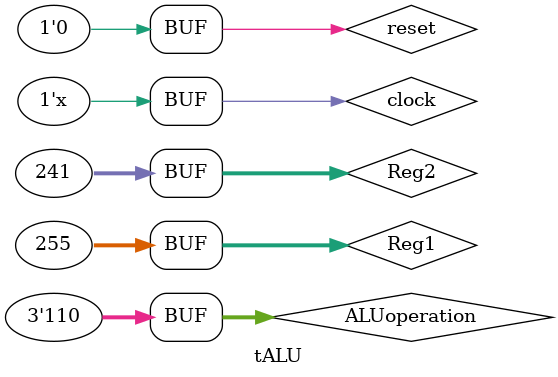
<source format=v>
`timescale 1ns / 1ps


module tALU;
reg clock;
reg reset;
reg [31:0]Reg1;
reg [31:0]Reg2;
reg [2:0]ALUoperation;
reg [4:0] readReg1;
reg [4:0] readReg2;
reg [31:0]result;

wire [32:0]Result;
wire [3:0]condcode;

Top UUT(
        .rst(reset),
        .clk(clock),
        .result(Result),
        .condcode(condcode),
        .Reg1(Reg1),
        .Reg2(Reg2),
        .ALUoperation(ALUoperation)
        );
  

        
        
initial begin 
    clock = 0;
    reset = 0;
    Reg1 = 0;
    Reg2 = 0;
    
    #300
    reset = 0;
    
    #50                        
    //Reg1 = 32'h00FF;            
    //Reg2 = 32'h00F1; 
    Reg1 = 32'b11111111111111111111111111111111; // Todos os bits 1
    Reg2 = 32'b00000000000000000000000000000001;           
    ALUoperation = 3'b000; //add
    
        #50                        
    //Reg1 = 32'h00FF;            
    //Reg2 = 32'h00FF;      
    Reg1 = 32'b00000000000000000000000000001000; // 8 em bin�rio
    Reg2 = 32'b00000000000000000000000000010000; // 16 em bin�rio      
    ALUoperation = 3'b001; //SUB
    
        #50                        
    Reg1 = 32'h00FF;            
    Reg2 = 32'h00F1;            
    ALUoperation = 3'b010; //or
    
        #50                        
    Reg1 = 32'h00FF;            
    Reg2 = 32'h00F1;            
    ALUoperation = 3'b011; //and
    
        #50                        
    Reg1 = 32'h00FF;            
    //Reg2 = 32'h00F1;            
    ALUoperation = 3'b100; //not
    
        #50                        
    Reg1 = 32'h00FF;            
    Reg2 = 32'h00F1;            
    ALUoperation = 3'b101; //xor
    
        #50                        
    Reg1 = 32'h00FF;            
    Reg2 = 32'h00F1;            
    ALUoperation = 3'b110; //cmp
    
    end
always begin
#10 clock=~clock;
end
endmodule

</source>
